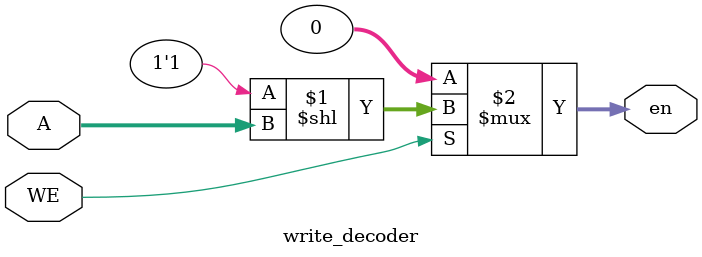
<source format=sv>
`timescale 1ns / 1ps


module write_decoder (
    // Address & control inputs
    input  logic [4:0]  A,
    input  logic        WE,

    // enable outputs
    output logic [31:0] en
);
    
    assign en = WE ? 1'b1 << A : 0;

endmodule

</source>
